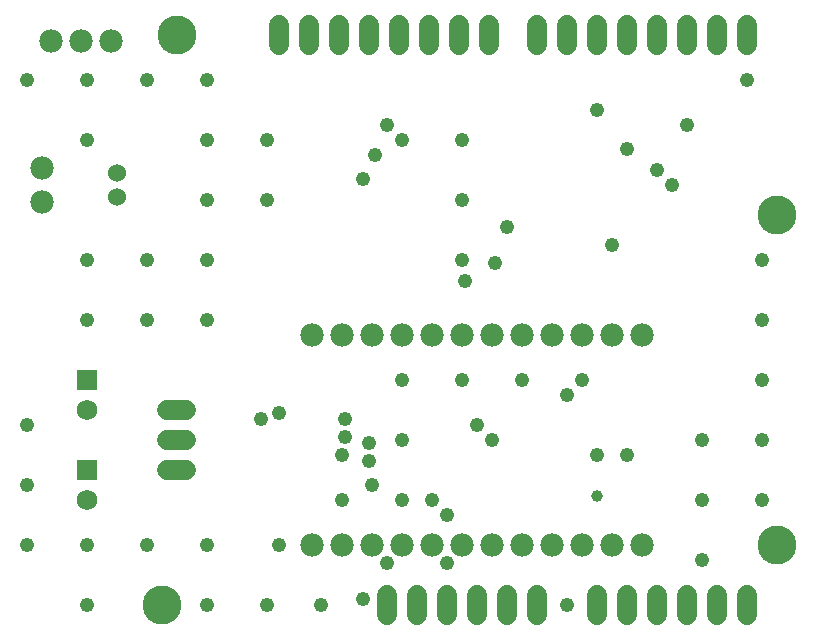
<source format=gbs>
G75*
G70*
%OFA0B0*%
%FSLAX24Y24*%
%IPPOS*%
%LPD*%
%AMOC8*
5,1,8,0,0,1.08239X$1,22.5*
%
%ADD10C,0.1300*%
%ADD11C,0.0680*%
%ADD12C,0.0780*%
%ADD13R,0.0690X0.0690*%
%ADD14C,0.0690*%
%ADD15C,0.0600*%
%ADD16C,0.0480*%
%ADD17C,0.0396*%
D10*
X005800Y001325D03*
X026300Y003325D03*
X026300Y014325D03*
X006300Y020325D03*
D11*
X009700Y020645D02*
X009700Y020005D01*
X010700Y020005D02*
X010700Y020645D01*
X011700Y020645D02*
X011700Y020005D01*
X012700Y020005D02*
X012700Y020645D01*
X013700Y020645D02*
X013700Y020005D01*
X014700Y020005D02*
X014700Y020645D01*
X015700Y020645D02*
X015700Y020005D01*
X016700Y020005D02*
X016700Y020645D01*
X018300Y020645D02*
X018300Y020005D01*
X019300Y020005D02*
X019300Y020645D01*
X020300Y020645D02*
X020300Y020005D01*
X021300Y020005D02*
X021300Y020645D01*
X022300Y020645D02*
X022300Y020005D01*
X023300Y020005D02*
X023300Y020645D01*
X024300Y020645D02*
X024300Y020005D01*
X025300Y020005D02*
X025300Y020645D01*
X006620Y007825D02*
X005980Y007825D01*
X005980Y006825D02*
X006620Y006825D01*
X006620Y005825D02*
X005980Y005825D01*
X013300Y001645D02*
X013300Y001005D01*
X014300Y001005D02*
X014300Y001645D01*
X015300Y001645D02*
X015300Y001005D01*
X016300Y001005D02*
X016300Y001645D01*
X017300Y001645D02*
X017300Y001005D01*
X018300Y001005D02*
X018300Y001645D01*
X020300Y001645D02*
X020300Y001005D01*
X021300Y001005D02*
X021300Y001645D01*
X022300Y001645D02*
X022300Y001005D01*
X023300Y001005D02*
X023300Y001645D01*
X024300Y001645D02*
X024300Y001005D01*
X025300Y001005D02*
X025300Y001645D01*
D12*
X021800Y003325D03*
X020800Y003325D03*
X019800Y003325D03*
X018800Y003325D03*
X017800Y003325D03*
X016800Y003325D03*
X015800Y003325D03*
X014800Y003325D03*
X013800Y003325D03*
X012800Y003325D03*
X011800Y003325D03*
X010800Y003325D03*
X010800Y010325D03*
X011800Y010325D03*
X012800Y010325D03*
X013800Y010325D03*
X014800Y010325D03*
X015800Y010325D03*
X016800Y010325D03*
X017800Y010325D03*
X018800Y010325D03*
X019800Y010325D03*
X020800Y010325D03*
X021800Y010325D03*
X004100Y020125D03*
X003100Y020125D03*
X002100Y020125D03*
X001800Y015895D03*
X001800Y014755D03*
D13*
X003300Y008825D03*
X003300Y005825D03*
D14*
X003300Y004825D03*
X003300Y007825D03*
D15*
X004300Y014931D03*
X004300Y015719D03*
D16*
X003300Y001325D03*
X003300Y003325D03*
X001300Y003325D03*
X001300Y005325D03*
X001300Y007325D03*
X003300Y010825D03*
X005300Y010825D03*
X007300Y010825D03*
X007300Y012825D03*
X005300Y012825D03*
X003300Y012825D03*
X007300Y014825D03*
X009300Y014825D03*
X012500Y015525D03*
X012900Y016325D03*
X013800Y016825D03*
X013300Y017325D03*
X015800Y016825D03*
X015800Y014825D03*
X017300Y013925D03*
X015800Y012825D03*
X015900Y012125D03*
X016900Y012725D03*
X020800Y013325D03*
X022800Y015325D03*
X022300Y015825D03*
X021300Y016525D03*
X023300Y017325D03*
X025300Y018825D03*
X020300Y017825D03*
X025800Y012825D03*
X025800Y010825D03*
X025800Y008825D03*
X025800Y006825D03*
X023800Y006825D03*
X021300Y006325D03*
X020300Y006325D03*
X019300Y008325D03*
X019800Y008825D03*
X017800Y008825D03*
X015800Y008825D03*
X013800Y008825D03*
X011900Y007525D03*
X011900Y006925D03*
X012700Y006725D03*
X013800Y006825D03*
X012700Y006125D03*
X012800Y005325D03*
X011800Y004825D03*
X013800Y004825D03*
X014800Y004825D03*
X015300Y004325D03*
X015300Y002725D03*
X013300Y002725D03*
X012500Y001525D03*
X011100Y001325D03*
X009300Y001325D03*
X007300Y001325D03*
X007300Y003325D03*
X005300Y003325D03*
X009700Y003325D03*
X011800Y006325D03*
X009700Y007725D03*
X009100Y007525D03*
X016300Y007325D03*
X016800Y006825D03*
X023800Y004825D03*
X025800Y004825D03*
X023800Y002825D03*
X019300Y001325D03*
X009300Y016825D03*
X007300Y016825D03*
X007300Y018825D03*
X005300Y018825D03*
X003300Y018825D03*
X001300Y018825D03*
X003300Y016825D03*
D17*
X020300Y004965D03*
M02*

</source>
